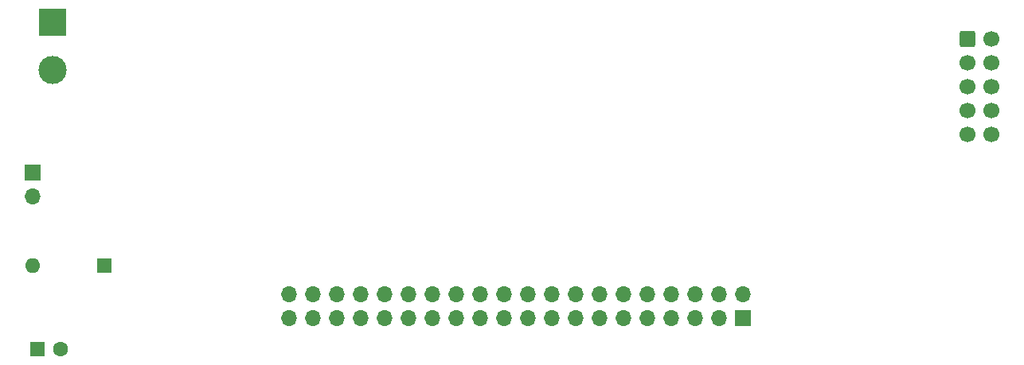
<source format=gbr>
%TF.GenerationSoftware,KiCad,Pcbnew,9.0.2*%
%TF.CreationDate,2025-06-22T07:24:44+02:00*%
%TF.ProjectId,p2000t-ram-expansion-board-128-512-smd-cpld,70323030-3074-42d7-9261-6d2d65787061,4*%
%TF.SameCoordinates,Original*%
%TF.FileFunction,Soldermask,Bot*%
%TF.FilePolarity,Negative*%
%FSLAX46Y46*%
G04 Gerber Fmt 4.6, Leading zero omitted, Abs format (unit mm)*
G04 Created by KiCad (PCBNEW 9.0.2) date 2025-06-22 07:24:44*
%MOMM*%
%LPD*%
G01*
G04 APERTURE LIST*
G04 Aperture macros list*
%AMRoundRect*
0 Rectangle with rounded corners*
0 $1 Rounding radius*
0 $2 $3 $4 $5 $6 $7 $8 $9 X,Y pos of 4 corners*
0 Add a 4 corners polygon primitive as box body*
4,1,4,$2,$3,$4,$5,$6,$7,$8,$9,$2,$3,0*
0 Add four circle primitives for the rounded corners*
1,1,$1+$1,$2,$3*
1,1,$1+$1,$4,$5*
1,1,$1+$1,$6,$7*
1,1,$1+$1,$8,$9*
0 Add four rect primitives between the rounded corners*
20,1,$1+$1,$2,$3,$4,$5,0*
20,1,$1+$1,$4,$5,$6,$7,0*
20,1,$1+$1,$6,$7,$8,$9,0*
20,1,$1+$1,$8,$9,$2,$3,0*%
G04 Aperture macros list end*
%ADD10R,1.600000X1.600000*%
%ADD11O,1.600000X1.600000*%
%ADD12RoundRect,0.250000X-0.600000X-0.600000X0.600000X-0.600000X0.600000X0.600000X-0.600000X0.600000X0*%
%ADD13C,1.700000*%
%ADD14R,1.700000X1.700000*%
%ADD15O,1.700000X1.700000*%
%ADD16C,1.600000*%
%ADD17R,3.000000X3.000000*%
%ADD18C,3.000000*%
G04 APERTURE END LIST*
D10*
%TO.C,D1*%
X31115000Y-74930000D03*
D11*
X23495000Y-74930000D03*
%TD*%
D12*
%TO.C,J4*%
X122936000Y-50800000D03*
D13*
X125476000Y-50800000D03*
X122936000Y-53340000D03*
X125476000Y-53340000D03*
X122936000Y-55880000D03*
X125476000Y-55880000D03*
X122936000Y-58420000D03*
X125476000Y-58420000D03*
X122936000Y-60960000D03*
X125476000Y-60960000D03*
%TD*%
D14*
%TO.C,J2*%
X23500000Y-64990000D03*
D15*
X23500000Y-67530000D03*
%TD*%
D10*
%TO.C,C3*%
X24000000Y-83750000D03*
D16*
X26500000Y-83750000D03*
%TD*%
D17*
%TO.C,J3*%
X25658000Y-49020000D03*
D18*
X25658000Y-54100000D03*
%TD*%
D14*
%TO.C,J1*%
X99055000Y-80518000D03*
D15*
X99055000Y-77978000D03*
X96515000Y-80518000D03*
X96515000Y-77978000D03*
X93975000Y-80518000D03*
X93975000Y-77978000D03*
X91435000Y-80518000D03*
X91435000Y-77978000D03*
X88895000Y-80518000D03*
X88895000Y-77978000D03*
X86355000Y-80518000D03*
X86355000Y-77978000D03*
X83815000Y-80518000D03*
X83815000Y-77978000D03*
X81275000Y-80518000D03*
X81275000Y-77978000D03*
X78735000Y-80518000D03*
X78735000Y-77978000D03*
X76195000Y-80518000D03*
X76195000Y-77978000D03*
X73655000Y-80518000D03*
X73655000Y-77978000D03*
X71115000Y-80518000D03*
X71115000Y-77978000D03*
X68575000Y-80518000D03*
X68575000Y-77978000D03*
X66035000Y-80518000D03*
X66035000Y-77978000D03*
X63495000Y-80518000D03*
X63495000Y-77978000D03*
X60955000Y-80518000D03*
X60955000Y-77978000D03*
X58415000Y-80518000D03*
X58415000Y-77978000D03*
X55875000Y-80518000D03*
X55875000Y-77978000D03*
X53335000Y-80518000D03*
X53335000Y-77978000D03*
X50795000Y-80518000D03*
X50795000Y-77978000D03*
%TD*%
M02*

</source>
